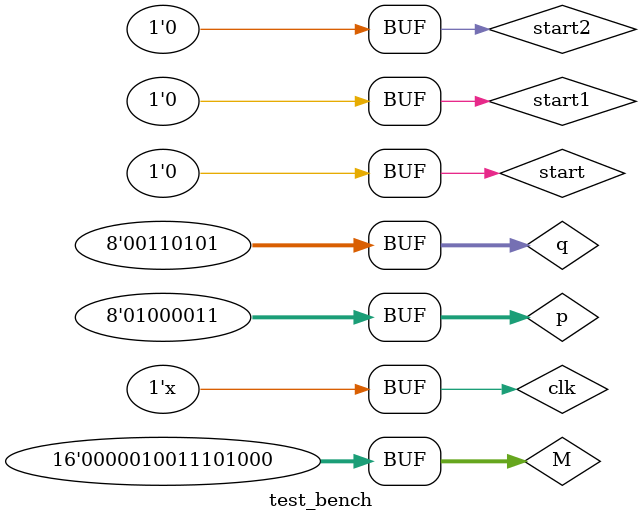
<source format=v>
`timescale 1ns / 1ps


module test_bench;

	// Inputs
	reg [15:0] M;
	reg [7:0] p;
	reg [7:0] q;
	reg clk;
	reg start;
	reg start1;
	reg start2;

	// Outputs
	wire [7:0] e;
	wire [15:0] n;
	wire [15:0] remainder;
	wire [15:0] d;
	wire finish;
	wire fin1;

	// Instantiate the Unit Under Test (UUT)
	Main uut (
		.M(M), 
		.p(p), 
		.q(q), 
		.clk(clk), 
		.start(start), 
		.start1(start1), 
		.start2(start2), 
		.e(e), 
		.n(n), 
		.remainder(remainder), 
		.d(d), 
		.finish(finish), 
		.fin1(fin1)
	);

	initial begin
		// Initialize Inputs
		M = 0;
		p = 0;
		q = 0;
		clk = 0;
		start = 0;
		start1 = 0;
		start2 = 0;

		// Wait 100 ns for global reset to finish
		#10;
      M = 1256;
		p = 67;
		q = 53;
		#10;
		start = 1;
		#5;
		start=0;
		#40;
		start1=1;
		#10;
		start1=0;
		#30;
		start2=1;
		#10;start2=0;
		// Add stimulus here

	end
      always #0.1 clk=!clk;
      
endmodule




</source>
